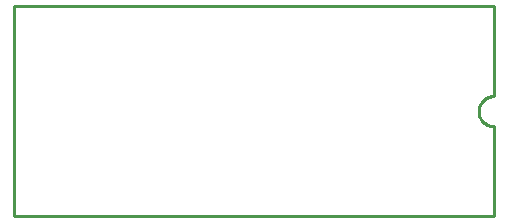
<source format=gbr>
G04 EAGLE Gerber RS-274X export*
G75*
%MOMM*%
%FSLAX34Y34*%
%LPD*%
%IN*%
%IPPOS*%
%AMOC8*
5,1,8,0,0,1.08239X$1,22.5*%
G01*
%ADD10C,0.254000*%


D10*
X0Y0D02*
X406400Y0D01*
X406400Y76200D01*
X405293Y76248D01*
X404195Y76393D01*
X403113Y76633D01*
X402056Y76966D01*
X401033Y77390D01*
X400050Y77901D01*
X399116Y78497D01*
X398237Y79171D01*
X397420Y79920D01*
X396671Y80737D01*
X395997Y81616D01*
X395401Y82550D01*
X394890Y83533D01*
X394466Y84556D01*
X394133Y85613D01*
X393893Y86695D01*
X393748Y87793D01*
X393700Y88900D01*
X393748Y90007D01*
X393893Y91105D01*
X394133Y92187D01*
X394466Y93244D01*
X394890Y94267D01*
X395401Y95250D01*
X395997Y96184D01*
X396671Y97063D01*
X397420Y97880D01*
X398237Y98629D01*
X399116Y99303D01*
X400050Y99899D01*
X401033Y100410D01*
X402056Y100834D01*
X403113Y101167D01*
X404195Y101407D01*
X405293Y101552D01*
X406400Y101600D01*
X406400Y177800D01*
X0Y177800D01*
X0Y0D01*
M02*

</source>
